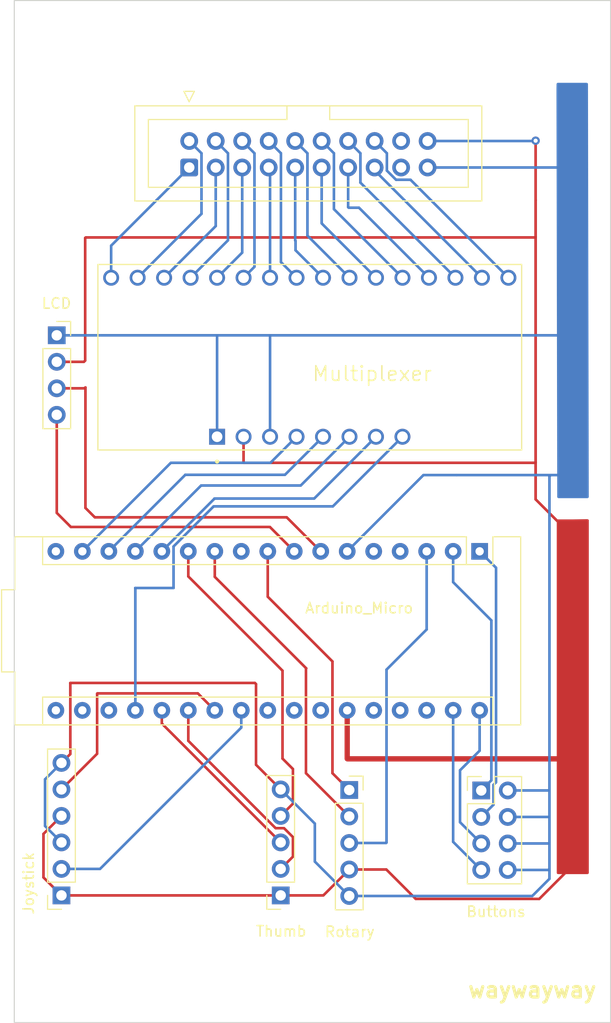
<source format=kicad_pcb>
(kicad_pcb (version 20221018) (generator pcbnew)
  (layers (0 "F.Cu" signal) (31 "B.Cu" signal) (34 "B.Paste" user) (35 "F.Paste" user) (36 "B.SilkS" user "B.Silkscreen") (37 "F.SilkS" user "F.Silkscreen") (38 "B.Mask" user) (39 "F.Mask" user) (44 "Edge.Cuts" user))
  (net 0 "")
  (net 1 "Net-(BOB-1-C12)")
  (net 2 "Net-(BOB-1-C13)")
  (net 3 "Net-(BOB-1-C14)")
  (net 4 "Net-(BOB-1-C15)")
  (net 14 "GND")
  (net 15 "+5V")
  (net 16 "Net-(BOB-1-C11)")
  (net 17 "Net-(BOB-1-C10)")
  (net 18 "Net-(BOB-1-C9)")
  (net 19 "Net-(BOB-1-C8)")
  (net 20 "Net-(BOB-1-C7)")
  (net 21 "Net-(BOB-1-C6)")
  (net 22 "Net-(BOB-1-C5)")
  (net 23 "Net-(BOB-1-C4)")
  (net 24 "Net-(BOB-1-C3)")
  (net 25 "Net-(BOB-1-C2)")
  (net 26 "Net-(BOB-1-C1)")
  (net 27 "Net-(BOB-1-C0)")
  (net 28 "Net-(U1-D17)")
  (net 29 "Net-(U1-D16)")
  (net 32 "Net-(U1-D1{slash}TX)")
  (net 33 "Net-(U1-~D6{slash}A7)")
  (net 34 "Net-(U1-D7)")
  (net 37 "Net-(U1-D15)")
  (net 38 "Net-(BOB-1-S3)")
  (net 39 "Net-(BOB-1-S2)")
  (net 40 "Net-(BOB-1-S1)")
  (net 41 "Net-(BOB-1-S0)")
  (net 42 "Net-(U1-D2{slash}SDA)")
  (net 43 "Net-(U1-~D3{slash}SCL)")
  (net 44 "Net-(U1-A2{slash}D20)")
  (net 45 "Net-(U1-A1{slash}D19)")
  (net 46 "Net-(U1-A4{slash}D22)")
  (net 47 "Net-(U1-A3{slash}D21)")
  (net 48 "Net-(U1-D14)")
  (net 49 "Net-(U1-D4{slash}A6)")
  (net 50 "Net-(BOB-1-COM)")
  (footprint "MountingHole:MountingHole_3.2mm_M3" (layer "F.Cu") (at 129.4 47.025)
    (fp_text reference "REF**" hide)
    (fp_text value "MountingHole_3.2mm_M3" hide)
    (pad "" np_thru_hole circle (at 0 0) (size 3.2 3.2) (drill 3.2) (layers "*.Cu" "*.Mask"))
  )
  (footprint "Connector_PinSocket_2.54mm:PinSocket_1x06_P2.54mm_Vertical" (layer "F.Cu") (at 114.275 127.99 180)
    (fp_text reference "J11" hide)
    (fp_text value "Joystick" (at 3.15 1.165 90) (layer "F.SilkS"))
    (fp_line (start -1.33 1.27) (end -1.33 14.03) (stroke (width 0.12)) (layer "F.SilkS"))
    (fp_line (start -1.33 1.27) (end 1.33 1.27) (stroke (width 0.12)) (layer "F.SilkS"))
    (fp_line (start -1.33 14.03) (end 1.33 14.03) (stroke (width 0.12)) (layer "F.SilkS"))
    (fp_line (start 0 -1.33) (end 1.33 -1.33) (stroke (width 0.12)) (layer "F.SilkS"))
    (fp_line (start 1.33 -1.33) (end 1.33 0) (stroke (width 0.12)) (layer "F.SilkS"))
    (fp_line (start 1.33 1.27) (end 1.33 14.03) (stroke (width 0.12)) (layer "F.SilkS"))
    (pad "1" thru_hole rect (at 0 0 180) (size 1.7 1.7) (drill 1) (layers "*.Cu" "*.Mask") (net 15 "+5V"))
    (pad "2" thru_hole oval (at 0 2.54 180) (size 1.7 1.7) (drill 1) (layers "*.Cu" "*.Mask") (net 46 "Net-(U1-A4{slash}D22)"))
    (pad "3" thru_hole oval (at 0 5.08 180) (size 1.7 1.7) (drill 1) (layers "*.Cu" "*.Mask") (net 14 "GND"))
    (pad "4" thru_hole oval (at 0 7.62 180) (size 1.7 1.7) (drill 1) (layers "*.Cu" "*.Mask") (net 15 "+5V"))
    (pad "5" thru_hole oval (at 0 10.16 180) (size 1.7 1.7) (drill 1) (layers "*.Cu" "*.Mask") (net 47 "Net-(U1-A3{slash}D21)"))
    (pad "6" thru_hole oval (at 0 12.7 180) (size 1.7 1.7) (drill 1) (layers "*.Cu" "*.Mask") (net 14 "GND"))
  )
  (footprint "Connector_PinSocket_2.54mm:PinSocket_1x05_P2.54mm_Vertical" (layer "F.Cu") (at 135.3 127.99 180)
    (fp_text reference "J10" hide)
    (fp_text value "Thumb" (at -0.05 -3.435) (layer "F.SilkS"))
    (fp_line (start -1.33 1.27) (end -1.33 11.49) (stroke (width 0.12)) (layer "F.SilkS"))
    (fp_line (start -1.33 1.27) (end 1.33 1.27) (stroke (width 0.12)) (layer "F.SilkS"))
    (fp_line (start -1.33 11.49) (end 1.33 11.49) (stroke (width 0.12)) (layer "F.SilkS"))
    (fp_line (start 0 -1.33) (end 1.33 -1.33) (stroke (width 0.12)) (layer "F.SilkS"))
    (fp_line (start 1.33 -1.33) (end 1.33 0) (stroke (width 0.12)) (layer "F.SilkS"))
    (fp_line (start 1.33 1.27) (end 1.33 11.49) (stroke (width 0.12)) (layer "F.SilkS"))
    (pad "1" thru_hole rect (at 0 0 180) (size 1.7 1.7) (drill 1) (layers "*.Cu" "*.Mask") (net 15 "+5V"))
    (pad "2" thru_hole oval (at 0 2.54 180) (size 1.7 1.7) (drill 1) (layers "*.Cu" "*.Mask") (net 44 "Net-(U1-A2{slash}D20)"))
    (pad "3" thru_hole oval (at 0 5.08 180) (size 1.7 1.7) (drill 1) (layers "*.Cu" "*.Mask") (net 45 "Net-(U1-A1{slash}D19)"))
    (pad "4" thru_hole oval (at 0 7.62 180) (size 1.7 1.7) (drill 1) (layers "*.Cu" "*.Mask") (net 34 "Net-(U1-D7)"))
    (pad "5" thru_hole oval (at 0 10.16 180) (size 1.7 1.7) (drill 1) (layers "*.Cu" "*.Mask") (net 14 "GND"))
  )
  (footprint "Connector_PinSocket_2.54mm:PinSocket_1x05_P2.54mm_Vertical" (layer "F.Cu") (at 141.875 117.885)
    (fp_text reference "J4" hide)
    (fp_text value "Rotary" (at 0.05 13.59) (layer "F.SilkS"))
    (fp_line (start -1.33 1.27) (end -1.33 11.49) (stroke (width 0.12)) (layer "F.SilkS"))
    (fp_line (start -1.33 1.27) (end 1.33 1.27) (stroke (width 0.12)) (layer "F.SilkS"))
    (fp_line (start -1.33 11.49) (end 1.33 11.49) (stroke (width 0.12)) (layer "F.SilkS"))
    (fp_line (start 0 -1.33) (end 1.33 -1.33) (stroke (width 0.12)) (layer "F.SilkS"))
    (fp_line (start 1.33 -1.33) (end 1.33 0) (stroke (width 0.12)) (layer "F.SilkS"))
    (fp_line (start 1.33 1.27) (end 1.33 11.49) (stroke (width 0.12)) (layer "F.SilkS"))
    (pad "1" thru_hole rect (at 0 0) (size 1.7 1.7) (drill 1) (layers "*.Cu" "*.Mask") (net 49 "Net-(U1-D4{slash}A6)"))
    (pad "2" thru_hole oval (at 0 2.54) (size 1.7 1.7) (drill 1) (layers "*.Cu" "*.Mask") (net 33 "Net-(U1-~D6{slash}A7)"))
    (pad "3" thru_hole oval (at 0 5.08) (size 1.7 1.7) (drill 1) (layers "*.Cu" "*.Mask") (net 32 "Net-(U1-D1{slash}TX)"))
    (pad "4" thru_hole oval (at 0 7.62) (size 1.7 1.7) (drill 1) (layers "*.Cu" "*.Mask") (net 15 "+5V"))
    (pad "5" thru_hole oval (at 0 10.16) (size 1.7 1.7) (drill 1) (layers "*.Cu" "*.Mask") (net 14 "GND"))
  )
  (footprint "Connector_PinSocket_2.54mm:PinSocket_1x04_P2.54mm_Vertical" (layer "F.Cu") (at 113.825 74.305)
    (fp_text reference "J9" hide)
    (fp_text value "LCD" (at -0.025 -3.058) (layer "F.SilkS"))
    (fp_line (start -1.33 1.27) (end -1.33 8.95) (stroke (width 0.12)) (layer "F.SilkS"))
    (fp_line (start -1.33 1.27) (end 1.33 1.27) (stroke (width 0.12)) (layer "F.SilkS"))
    (fp_line (start -1.33 8.95) (end 1.33 8.95) (stroke (width 0.12)) (layer "F.SilkS"))
    (fp_line (start 0 -1.33) (end 1.33 -1.33) (stroke (width 0.12)) (layer "F.SilkS"))
    (fp_line (start 1.33 -1.33) (end 1.33 0) (stroke (width 0.12)) (layer "F.SilkS"))
    (fp_line (start 1.33 1.27) (end 1.33 8.95) (stroke (width 0.12)) (layer "F.SilkS"))
    (pad "1" thru_hole rect (at 0 0) (size 1.7 1.7) (drill 1) (layers "*.Cu" "*.Mask") (net 14 "GND"))
    (pad "2" thru_hole oval (at 0 2.54) (size 1.7 1.7) (drill 1) (layers "*.Cu" "*.Mask") (net 15 "+5V"))
    (pad "3" thru_hole oval (at 0 5.08) (size 1.7 1.7) (drill 1) (layers "*.Cu" "*.Mask") (net 42 "Net-(U1-D2{slash}SDA)"))
    (pad "4" thru_hole oval (at 0 7.62) (size 1.7 1.7) (drill 1) (layers "*.Cu" "*.Mask") (net 43 "Net-(U1-~D3{slash}SCL)"))
  )
  (footprint "Connector_PinHeader_2.54mm:PinHeader_2x04_P2.54mm_Vertical" (layer "F.Cu") (at 154.535 117.93)
    (fp_text reference "J1" hide)
    (fp_text value "Buttons" (at 1.415 11.62) (layer "F.SilkS"))
    (fp_line (start -1.33 -1.33) (end 0 -1.33) (stroke (width 0.12)) (layer "F.SilkS"))
    (fp_line (start -1.33 0) (end -1.33 -1.33) (stroke (width 0.12)) (layer "F.SilkS"))
    (fp_line (start -1.33 1.27) (end -1.33 8.95) (stroke (width 0.12)) (layer "F.SilkS"))
    (fp_line (start -1.33 1.27) (end 1.27 1.27) (stroke (width 0.12)) (layer "F.SilkS"))
    (fp_line (start -1.33 8.95) (end 3.87 8.95) (stroke (width 0.12)) (layer "F.SilkS"))
    (fp_line (start 1.27 -1.33) (end 3.87 -1.33) (stroke (width 0.12)) (layer "F.SilkS"))
    (fp_line (start 1.27 1.27) (end 1.27 -1.33) (stroke (width 0.12)) (layer "F.SilkS"))
    (fp_line (start 3.87 -1.33) (end 3.87 8.95) (stroke (width 0.12)) (layer "F.SilkS"))
    (pad "1" thru_hole rect (at 0 0) (size 1.7 1.7) (drill 1) (layers "*.Cu" "*.Mask") (net 28 "Net-(U1-D17)"))
    (pad "2" thru_hole oval (at 2.54 0) (size 1.7 1.7) (drill 1) (layers "*.Cu" "*.Mask") (net 14 "GND"))
    (pad "3" thru_hole oval (at 0 2.54) (size 1.7 1.7) (drill 1) (layers "*.Cu" "*.Mask") (net 29 "Net-(U1-D16)"))
    (pad "4" thru_hole oval (at 2.54 2.54) (size 1.7 1.7) (drill 1) (layers "*.Cu" "*.Mask") (net 14 "GND"))
    (pad "5" thru_hole oval (at 0 5.08) (size 1.7 1.7) (drill 1) (layers "*.Cu" "*.Mask") (net 37 "Net-(U1-D15)"))
    (pad "6" thru_hole oval (at 2.54 5.08) (size 1.7 1.7) (drill 1) (layers "*.Cu" "*.Mask") (net 14 "GND"))
    (pad "7" thru_hole oval (at 0 7.62) (size 1.7 1.7) (drill 1) (layers "*.Cu" "*.Mask") (net 48 "Net-(U1-D14)"))
    (pad "8" thru_hole oval (at 2.54 7.62) (size 1.7 1.7) (drill 1) (layers "*.Cu" "*.Mask") (net 14 "GND"))
  )
  (footprint "Connector_IDC:IDC-Header_2x10_P2.54mm_Vertical" (layer "F.Cu") (at 126.53 58.22 90)
    (fp_text reference "IDC1" hide)
    (fp_text value "16_Pin_IDC_2x08_Power" hide)
    (fp_line (start -3.21 -5.22) (end -3.21 28.06) (stroke (width 0.12)) (layer "F.SilkS"))
    (fp_line (start -3.21 28.06) (end 5.91 28.06) (stroke (width 0.12)) (layer "F.SilkS"))
    (fp_line (start -1.9 -3.92) (end -1.9 26.76) (stroke (width 0.12)) (layer "F.SilkS"))
    (fp_line (start -1.9 26.76) (end 4.6 26.76) (stroke (width 0.12)) (layer "F.SilkS"))
    (fp_line (start 4.6 -3.92) (end -1.9 -3.92) (stroke (width 0.12)) (layer "F.SilkS"))
    (fp_line (start 4.6 9.37) (end 4.6 -3.92) (stroke (width 0.12)) (layer "F.SilkS"))
    (fp_line (start 4.6 13.47) (end 4.6 13.47) (stroke (width 0.12)) (layer "F.SilkS"))
    (fp_line (start 4.6 13.47) (end 5.91 13.47) (stroke (width 0.12)) (layer "F.SilkS"))
    (fp_line (start 4.6 26.76) (end 4.6 13.47) (stroke (width 0.12)) (layer "F.SilkS"))
    (fp_line (start 5.91 -5.22) (end -3.21 -5.22) (stroke (width 0.12)) (layer "F.SilkS"))
    (fp_line (start 5.91 9.37) (end 4.6 9.37) (stroke (width 0.12)) (layer "F.SilkS"))
    (fp_line (start 5.91 28.06) (end 5.91 -5.22) (stroke (width 0.12)) (layer "F.SilkS"))
    (fp_line (start 6.3 -0.01) (end 7.3 -0.51) (stroke (width 0.12)) (layer "F.SilkS"))
    (fp_line (start 7.3 -0.51) (end 7.3 0.49) (stroke (width 0.12)) (layer "F.SilkS"))
    (fp_line (start 7.3 0.49) (end 6.3 -0.01) (stroke (width 0.12)) (layer "F.SilkS"))
    (pad "1" thru_hole roundrect (at 0 0 90) (size 1.7 1.7) (drill 1) (layers "*.Cu" "*.Mask") (roundrect_rratio 0.1470588235) (net 27 "Net-(BOB-1-C0)"))
    (pad "2" thru_hole circle (at 2.54 0 90) (size 1.7 1.7) (drill 1) (layers "*.Cu" "*.Mask") (net 26 "Net-(BOB-1-C1)"))
    (pad "3" thru_hole circle (at 0 2.54 90) (size 1.7 1.7) (drill 1) (layers "*.Cu" "*.Mask") (net 25 "Net-(BOB-1-C2)"))
    (pad "4" thru_hole circle (at 2.54 2.54 90) (size 1.7 1.7) (drill 1) (layers "*.Cu" "*.Mask") (net 24 "Net-(BOB-1-C3)"))
    (pad "5" thru_hole circle (at 0 5.08 90) (size 1.7 1.7) (drill 1) (layers "*.Cu" "*.Mask") (net 23 "Net-(BOB-1-C4)"))
    (pad "6" thru_hole circle (at 2.54 5.08 90) (size 1.7 1.7) (drill 1) (layers "*.Cu" "*.Mask") (net 22 "Net-(BOB-1-C5)"))
    (pad "7" thru_hole circle (at 0 7.62 90) (size 1.7 1.7) (drill 1) (layers "*.Cu" "*.Mask") (net 21 "Net-(BOB-1-C6)"))
    (pad "8" thru_hole circle (at 2.54 7.62 90) (size 1.7 1.7) (drill 1) (layers "*.Cu" "*.Mask") (net 20 "Net-(BOB-1-C7)"))
    (pad "9" thru_hole circle (at 0 10.16 90) (size 1.7 1.7) (drill 1) (layers "*.Cu" "*.Mask") (net 19 "Net-(BOB-1-C8)"))
    (pad "10" thru_hole circle (at 2.54 10.16 90) (size 1.7 1.7) (drill 1) (layers "*.Cu" "*.Mask") (net 18 "Net-(BOB-1-C9)"))
    (pad "11" thru_hole circle (at 0 12.7 90) (size 1.7 1.7) (drill 1) (layers "*.Cu" "*.Mask") (net 17 "Net-(BOB-1-C10)"))
    (pad "12" thru_hole circle (at 2.54 12.7 90) (size 1.7 1.7) (drill 1) (layers "*.Cu" "*.Mask") (net 16 "Net-(BOB-1-C11)"))
    (pad "13" thru_hole circle (at 0 15.24 90) (size 1.7 1.7) (drill 1) (layers "*.Cu" "*.Mask") (net 1 "Net-(BOB-1-C12)"))
    (pad "14" thru_hole circle (at 2.54 15.24 90) (size 1.7 1.7) (drill 1) (layers "*.Cu" "*.Mask") (net 2 "Net-(BOB-1-C13)"))
    (pad "15" thru_hole circle (at 0 17.78 90) (size 1.7 1.7) (drill 1) (layers "*.Cu" "*.Mask") (net 3 "Net-(BOB-1-C14)"))
    (pad "16" thru_hole circle (at 2.54 17.78 90) (size 1.7 1.7) (drill 1) (layers "*.Cu" "*.Mask") (net 4 "Net-(BOB-1-C15)"))
    (pad "17" thru_hole circle (at 0 20.32 90) (size 1.7 1.7) (drill 1) (layers "*.Cu" "*.Mask"))
    (pad "18" thru_hole circle (at 2.54 20.32 90) (size 1.7 1.7) (drill 1) (layers "*.Cu" "*.Mask"))
    (pad "19" thru_hole circle (at 0 22.86 90) (size 1.7 1.7) (drill 1) (layers "*.Cu" "*.Mask") (net 14 "GND"))
    (pad "20" thru_hole circle (at 2.54 22.86 90) (size 1.7 1.7) (drill 1) (layers "*.Cu" "*.Mask") (net 15 "+5V"))
  )
  (footprint "CD74CH4067:BOB-09056" (layer "F.Cu") (at 138.09 76.405 -90)
    (fp_text reference "BOB-1" hide)
    (fp_text value "Multiplexer" (at 1.5775 -5.98 -180) (layer "F.SilkS") (effects (font (size 1.4 1.4))))
    (fp_line (start -8.89 -20.32) (end -8.89 20.32) (stroke (width 0.127)) (layer "F.SilkS"))
    (fp_line (start -8.89 20.32) (end 8.89 20.32) (stroke (width 0.127)) (layer "F.SilkS"))
    (fp_line (start 8.89 -20.32) (end -8.89 -20.32) (stroke (width 0.127)) (layer "F.SilkS"))
    (fp_line (start 8.89 20.32) (end 8.89 -20.32) (stroke (width 0.127)) (layer "F.SilkS"))
    (fp_circle (center 10 8.89) (end 10.1 8.89) (stroke (width 0.2)) (fill none) (layer "F.SilkS"))
    (pad "JP1-1" thru_hole circle (at -7.62 19.05 270) (size 1.53 1.53) (drill 1.02) (layers "*.Cu" "*.Mask") (net 27 "Net-(BOB-1-C0)"))
    (pad "JP1-2" thru_hole circle (at -7.62 16.51 270) (size 1.53 1.53) (drill 1.02) (layers "*.Cu" "*.Mask") (net 26 "Net-(BOB-1-C1)"))
    (pad "JP1-3" thru_hole circle (at -7.62 13.97 270) (size 1.53 1.53) (drill 1.02) (layers "*.Cu" "*.Mask") (net 25 "Net-(BOB-1-C2)"))
    (pad "JP1-4" thru_hole circle (at -7.62 11.43 270) (size 1.53 1.53) (drill 1.02) (layers "*.Cu" "*.Mask") (net 24 "Net-(BOB-1-C3)"))
    (pad "JP1-5" thru_hole circle (at -7.62 8.89 270) (size 1.53 1.53) (drill 1.02) (layers "*.Cu" "*.Mask") (net 23 "Net-(BOB-1-C4)"))
    (pad "JP1-6" thru_hole circle (at -7.62 6.35 270) (size 1.53 1.53) (drill 1.02) (layers "*.Cu" "*.Mask") (net 22 "Net-(BOB-1-C5)"))
    (pad "JP1-7" thru_hole circle (at -7.62 3.81 270) (size 1.53 1.53) (drill 1.02) (layers "*.Cu" "*.Mask") (net 21 "Net-(BOB-1-C6)"))
    (pad "JP1-8" thru_hole circle (at -7.62 1.27 270) (size 1.53 1.53) (drill 1.02) (layers "*.Cu" "*.Mask") (net 20 "Net-(BOB-1-C7)"))
    (pad "JP1-9" thru_hole circle (at -7.62 -1.27 270) (size 1.53 1.53) (drill 1.02) (layers "*.Cu" "*.Mask") (net 19 "Net-(BOB-1-C8)"))
    (pad "JP1-10" thru_hole circle (at -7.62 -3.81 270) (size 1.53 1.53) (drill 1.02) (layers "*.Cu" "*.Mask") (net 18 "Net-(BOB-1-C9)"))
    (pad "JP1-11" thru_hole circle (at -7.62 -6.35 270) (size 1.53 1.53) (drill 1.02) (layers "*.Cu" "*.Mask") (net 17 "Net-(BOB-1-C10)"))
    (pad "JP1-12" thru_hole circle (at -7.62 -8.89 270) (size 1.53 1.53) (drill 1.02) (layers "*.Cu" "*.Mask") (net 16 "Net-(BOB-1-C11)"))
    (pad "JP1-13" thru_hole circle (at -7.62 -11.43 270) (size 1.53 1.53) (drill 1.02) (layers "*.Cu" "*.Mask") (net 1 "Net-(BOB-1-C12)"))
    (pad "JP1-14" thru_hole circle (at -7.62 -13.97 270) (size 1.53 1.53) (drill 1.02) (layers "*.Cu" "*.Mask") (net 2 "Net-(BOB-1-C13)"))
    (pad "JP1-15" thru_hole circle (at -7.62 -16.51 270) (size 1.53 1.53) (drill 1.02) (layers "*.Cu" "*.Mask") (net 3 "Net-(BOB-1-C14)"))
    (pad "JP1-16" thru_hole circle (at -7.62 -19.05 270) (size 1.53 1.53) (drill 1.02) (layers "*.Cu" "*.Mask") (net 4 "Net-(BOB-1-C15)"))
    (pad "JP3-1" thru_hole rect (at 7.62 8.89 270) (size 1.53 1.53) (drill 1.02) (layers "*.Cu" "*.Mask") (net 14 "GND"))
    (pad "JP3-2" thru_hole circle (at 7.62 6.35 270) (size 1.53 1.53) (drill 1.02) (layers "*.Cu" "*.Mask") (net 15 "+5V"))
    (pad "JP3-3" thru_hole circle (at 7.62 3.81 270) (size 1.53 1.53) (drill 1.02) (layers "*.Cu" "*.Mask") (net 14 "GND"))
    (pad "JP3-4" thru_hole circle (at 7.62 1.27 270) (size 1.53 1.53) (drill 1.02) (layers "*.Cu" "*.Mask") (net 41 "Net-(BOB-1-S0)"))
    (pad "JP3-5" thru_hole circle (at 7.62 -1.27 270) (size 1.53 1.53) (drill 1.02) (layers "*.Cu" "*.Mask") (net 40 "Net-(BOB-1-S1)"))
    (pad "JP3-6" thru_hole circle (at 7.62 -3.81 270) (size 1.53 1.53) (drill 1.02) (layers "*.Cu" "*.Mask") (net 39 "Net-(BOB-1-S2)"))
    (pad "JP3-7" thru_hole circle (at 7.62 -6.35 270) (size 1.53 1.53) (drill 1.02) (layers "*.Cu" "*.Mask") (net 38 "Net-(BOB-1-S3)"))
    (pad "JP3-8" thru_hole circle (at 7.62 -8.89 270) (size 1.53 1.53) (drill 1.02) (layers "*.Cu" "*.Mask") (net 50 "Net-(BOB-1-COM)"))
  )
  (footprint "MountingHole:MountingHole_3.2mm_M3" (layer "F.Cu") (at 129.34 134.76)
    (fp_text reference "REF**" hide)
    (fp_text value "MountingHole_3.2mm_M3" hide)
    (pad "" np_thru_hole circle (at 0 0) (size 3.2 3.2) (drill 3.2) (layers "*.Cu" "*.Mask"))
  )
  (footprint "Arduino:Arduino_Micro" (layer "F.Cu") (at 154.38 95.01 -90)
    (fp_text reference "U1" hide)
    (fp_text value "Arduino_Micro" (at 5.44 11.555) (layer "F.SilkS"))
    (fp_line (start -1.397 -3.937) (end -1.397 -1.27) (stroke (width 0.12)) (layer "F.SilkS"))
    (fp_line (start -1.397 1.27) (end -1.397 44.577) (stroke (width 0.12)) (layer "F.SilkS"))
    (fp_line (start -1.397 44.577) (end 3.683 44.577) (stroke (width 0.12)) (layer "F.SilkS"))
    (fp_line (start 1.27 -1.27) (end -1.397 -1.27) (stroke (width 0.12)) (layer "F.SilkS"))
    (fp_line (start 1.27 1.27) (end -1.397 1.27) (stroke (width 0.12)) (layer "F.SilkS"))
    (fp_line (start 1.27 1.27) (end 1.27 -1.27) (stroke (width 0.12)) (layer "F.SilkS"))
    (fp_line (start 1.27 1.27) (end 1.27 41.91) (stroke (width 0.12)) (layer "F.SilkS"))
    (fp_line (start 1.27 41.91) (end -1.397 41.91) (stroke (width 0.12)) (layer "F.SilkS"))
    (fp_line (start 3.683 44.577) (end 3.683 45.847) (stroke (width 0.12)) (layer "F.SilkS"))
    (fp_line (start 3.683 45.847) (end 11.557 45.847) (stroke (width 0.12)) (layer "F.SilkS"))
    (fp_line (start 11.557 44.577) (end 11.557 45.847) (stroke (width 0.12)) (layer "F.SilkS"))
    (fp_line (start 11.557 44.577) (end 16.637 44.577) (stroke (width 0.12)) (layer "F.SilkS"))
    (fp_line (start 13.97 -1.27) (end 13.97 41.91) (stroke (width 0.12)) (layer "F.SilkS"))
    (fp_line (start 13.97 -1.27) (end 16.637 -1.27) (stroke (width 0.12)) (layer "F.SilkS"))
    (fp_line (start 13.97 41.91) (end 16.637 41.91) (stroke (width 0.12)) (layer "F.SilkS"))
    (fp_line (start 16.637 -3.937) (end -1.397 -3.937) (stroke (width 0.12)) (layer "F.SilkS"))
    (fp_line (start 16.637 44.577) (end 16.637 -3.937) (stroke (width 0.12)) (layer "F.SilkS"))
    (pad "1" thru_hole rect (at 0 0 270) (size 1.6 1.6) (drill 0.8) (layers "*.Cu" "*.Mask") (net 29 "Net-(U1-D16)"))
    (pad "2" thru_hole oval (at 0 2.54 270) (size 1.6 1.6) (drill 0.8) (layers "*.Cu" "*.Mask") (net 28 "Net-(U1-D17)"))
    (pad "3" thru_hole oval (at 0 5.08 270) (size 1.6 1.6) (drill 0.8) (layers "*.Cu" "*.Mask") (net 32 "Net-(U1-D1{slash}TX)"))
    (pad "4" thru_hole oval (at 0 7.62 270) (size 1.6 1.6) (drill 0.8) (layers "*.Cu" "*.Mask"))
    (pad "5" thru_hole oval (at 0 10.16 270) (size 1.6 1.6) (drill 0.8) (layers "*.Cu" "*.Mask"))
    (pad "6" thru_hole oval (at 0 12.7 270) (size 1.6 1.6) (drill 0.8) (layers "*.Cu" "*.Mask") (net 14 "GND"))
    (pad "7" thru_hole oval (at 0 15.24 270) (size 1.6 1.6) (drill 0.8) (layers "*.Cu" "*.Mask") (net 42 "Net-(U1-D2{slash}SDA)"))
    (pad "8" thru_hole oval (at 0 17.78 270) (size 1.6 1.6) (drill 0.8) (layers "*.Cu" "*.Mask") (net 43 "Net-(U1-~D3{slash}SCL)"))
    (pad "9" thru_hole oval (at 0 20.32 270) (size 1.6 1.6) (drill 0.8) (layers "*.Cu" "*.Mask") (net 49 "Net-(U1-D4{slash}A6)"))
    (pad "10" thru_hole oval (at 0 22.86 270) (size 1.6 1.6) (drill 0.8) (layers "*.Cu" "*.Mask"))
    (pad "11" thru_hole oval (at 0 25.4 270) (size 1.6 1.6) (drill 0.8) (layers "*.Cu" "*.Mask") (net 33 "Net-(U1-~D6{slash}A7)"))
    (pad "12" thru_hole oval (at 0 27.94 270) (size 1.6 1.6) (drill 0.8) (layers "*.Cu" "*.Mask") (net 34 "Net-(U1-D7)"))
    (pad "13" thru_hole oval (at 0 30.48 270) (size 1.6 1.6) (drill 0.8) (layers "*.Cu" "*.Mask") (net 38 "Net-(BOB-1-S3)"))
    (pad "14" thru_hole oval (at 0 33.02 270) (size 1.6 1.6) (drill 0.8) (layers "*.Cu" "*.Mask") (net 39 "Net-(BOB-1-S2)"))
    (pad "15" thru_hole oval (at 0 35.56 270) (size 1.6 1.6) (drill 0.8) (layers "*.Cu" "*.Mask") (net 40 "Net-(BOB-1-S1)"))
    (pad "16" thru_hole oval (at 0 38.1 270) (size 1.6 1.6) (drill 0.8) (layers "*.Cu" "*.Mask") (net 41 "Net-(BOB-1-S0)"))
    (pad "17" thru_hole oval (at 0 40.64 270) (size 1.6 1.6) (drill 0.8) (layers "*.Cu" "*.Mask"))
    (pad "18" thru_hole oval (at 15.24 40.64 270) (size 1.6 1.6) (drill 0.8) (layers "*.Cu" "*.Mask"))
    (pad "19" thru_hole oval (at 15.24 38.1 270) (size 1.6 1.6) (drill 0.8) (layers "*.Cu" "*.Mask"))
    (pad "20" thru_hole oval (at 15.24 35.56 270) (size 1.6 1.6) (drill 0.8) (layers "*.Cu" "*.Mask"))
    (pad "21" thru_hole oval (at 15.24 33.02 270) (size 1.6 1.6) (drill 0.8) (layers "*.Cu" "*.Mask") (net 50 "Net-(BOB-1-COM)"))
    (pad "22" thru_hole oval (at 15.24 30.48 270) (size 1.6 1.6) (drill 0.8) (layers "*.Cu" "*.Mask") (net 45 "Net-(U1-A1{slash}D19)"))
    (pad "23" thru_hole oval (at 15.24 27.94 270) (size 1.6 1.6) (drill 0.8) (layers "*.Cu" "*.Mask") (net 44 "Net-(U1-A2{slash}D20)"))
    (pad "24" thru_hole oval (at 15.24 25.4 270) (size 1.6 1.6) (drill 0.8) (layers "*.Cu" "*.Mask") (net 47 "Net-(U1-A3{slash}D21)"))
    (pad "25" thru_hole oval (at 15.24 22.86 270) (size 1.6 1.6) (drill 0.8) (layers "*.Cu" "*.Mask") (net 46 "Net-(U1-A4{slash}D22)"))
    (pad "26" thru_hole oval (at 15.24 20.32 270) (size 1.6 1.6) (drill 0.8) (layers "*.Cu" "*.Mask"))
    (pad "27" thru_hole oval (at 15.24 17.78 270) (size 1.6 1.6) (drill 0.8) (layers "*.Cu" "*.Mask"))
    (pad "28" thru_hole oval (at 15.24 15.24 270) (size 1.6 1.6) (drill 0.8) (layers "*.Cu" "*.Mask"))
    (pad "29" thru_hole oval (at 15.24 12.7 270) (size 1.6 1.6) (drill 0.8) (layers "*.Cu" "*.Mask") (net 15 "+5V"))
    (pad "30" thru_hole oval (at 15.24 10.16 270) (size 1.6 1.6) (drill 0.8) (layers "*.Cu" "*.Mask"))
    (pad "31" thru_hole oval (at 15.24 7.62 270) (size 1.6 1.6) (drill 0.8) (layers "*.Cu" "*.Mask"))
    (pad "32" thru_hole oval (at 15.24 5.08 270) (size 1.6 1.6) (drill 0.8) (layers "*.Cu" "*.Mask"))
    (pad "33" thru_hole oval (at 15.24 2.54 270) (size 1.6 1.6) (drill 0.8) (layers "*.Cu" "*.Mask") (net 48 "Net-(U1-D14)"))
    (pad "34" thru_hole oval (at 15.24 0 270) (size 1.6 1.6) (drill 0.8) (layers "*.Cu" "*.Mask") (net 37 "Net-(U1-D15)"))
  )
  (footprint "MountingHole:MountingHole_3.2mm_M3" (layer "F.Cu") (at 148.39 134.75)
    (fp_text reference "REF**" hide)
    (fp_text value "MountingHole_3.2mm_M3" hide)
    (pad "" np_thru_hole circle (at 0 0) (size 3.2 3.2) (drill 3.2) (layers "*.Cu" "*.Mask"))
  )
  (footprint "MountingHole:MountingHole_3.2mm_M3" (layer "F.Cu") (at 148.451418 47.025)
    (fp_text reference "REF**" hide)
    (fp_text value "MountingHole_3.2mm_M3" hide)
    (pad "" np_thru_hole circle (at 0 0) (size 3.2 3.2) (drill 3.2) (layers "*.Cu" "*.Mask"))
  )
  (gr_rect (start 109.75 42.215) (end 166.94 140.18) (stroke (width 0.1)) (fill none) (layer "Edge.Cuts"))
  (gr_text "waywayway" (at 153.125 137.925) (layer "F.SilkS") (effects (font (size 1.5 1.5) (thickness 0.3) bold) (justify left bottom)))
  (segment (start 141.77 62.02) (end 141.77 58.22) (width 0.25) (layer "B.Cu") (net 1))
  (segment (start 142.81 62.075) (end 141.825 62.075) (width 0.25) (layer "B.Cu") (net 1))
  (segment (start 141.825 62.075) (end 141.77 62.02) (width 0.25) (layer "B.Cu") (net 1))
  (segment (start 149.52 68.785) (end 142.81 62.075) (width 0.25) (layer "B.Cu") (net 1))
  (segment (start 152.06 68.785) (end 142.945 59.67) (width 0.25) (layer "B.Cu") (net 2))
  (segment (start 142.945 56.855) (end 141.77 55.68) (width 0.25) (layer "B.Cu") (net 2))
  (segment (start 142.945 59.67) (end 142.945 56.855) (width 0.25) (layer "B.Cu") (net 2))
  (segment (start 144.31 58.495) (end 144.31 58.22) (width 0.25) (layer "B.Cu") (net 3))
  (segment (start 154.6 68.785) (end 144.31 58.495) (width 0.25) (layer "B.Cu") (net 3))
  (segment (start 145.485 56.855) (end 144.31 55.68) (width 0.25) (layer "B.Cu") (net 4))
  (segment (start 147.75 59.395) (end 146.363299 59.395) (width 0.25) (layer "B.Cu") (net 4))
  (segment (start 145.485 58.516701) (end 145.485 56.855) (width 0.25) (layer "B.Cu") (net 4))
  (segment (start 146.363299 59.395) (end 145.485 58.516701) (width 0.25) (layer "B.Cu") (net 4))
  (segment (start 157.14 68.785) (end 147.75 59.395) (width 0.25) (layer "B.Cu") (net 4))
  (segment (start 135.3 117.83) (end 132.935 115.465) (width 0.25) (layer "F.Cu") (net 14))
  (segment (start 132.935 115.465) (end 132.935 107.735) (width 0.25) (layer "F.Cu") (net 14))
  (segment (start 132.825 107.625) (end 115.125 107.625) (width 0.25) (layer "F.Cu") (net 14))
  (segment (start 115.125 107.625) (end 115.125 114.44) (width 0.25) (layer "F.Cu") (net 14))
  (segment (start 115.125 114.44) (end 114.275 115.29) (width 0.25) (layer "F.Cu") (net 14))
  (segment (start 132.935 107.735) (end 132.825 107.625) (width 0.25) (layer "F.Cu") (net 14))
  (segment (start 138.575 124.745) (end 141.875 128.045) (width 0.25) (layer "B.Cu") (net 14))
  (segment (start 134.28 74.335) (end 134.25 74.305) (width 0.25) (layer "B.Cu") (net 14))
  (segment (start 148.99 87.7) (end 152.175 87.7) (width 0.25) (layer "B.Cu") (net 14))
  (segment (start 160.975 125.55) (end 161.075 125.45) (width 0.25) (layer "B.Cu") (net 14))
  (segment (start 114.275 122.91) (end 112.7 121.335) (width 0.25) (layer "B.Cu") (net 14))
  (segment (start 113.825 74.305) (end 129.2 74.305) (width 0.25) (layer "B.Cu") (net 14))
  (segment (start 161.075 125.45) (end 161.075 123.025) (width 0.25) (layer "B.Cu") (net 14))
  (segment (start 134.28 84.025) (end 134.28 74.335) (width 0.25) (layer "B.Cu") (net 14))
  (segment (start 161.075 87.825) (end 161.2 87.7) (width 0.25) (layer "B.Cu") (net 14))
  (segment (start 161.2 87.7) (end 163.325 87.7) (width 0.25) (layer "B.Cu") (net 14))
  (segment (start 157.075 120.47) (end 161.07 120.47) (width 0.25) (layer "B.Cu") (net 14))
  (segment (start 134.25 74.305) (end 163.37 74.305) (width 0.25) (layer "B.Cu") (net 14))
  (segment (start 161.045 117.93) (end 161.075 117.9) (width 0.25) (layer "B.Cu") (net 14))
  (segment (start 138.575 121.105) (end 138.575 124.745) (width 0.25) (layer "B.Cu") (net 14))
  (segment (start 141.68 95.01) (end 148.99 87.7) (width 0.25) (layer "B.Cu") (net 14))
  (segment (start 159.43 128.045) (end 161.075 126.4) (width 0.25) (layer "B.Cu") (net 14))
  (segment (start 112.7 116.865) (end 114.275 115.29) (width 0.25) (layer "B.Cu") (net 14))
  (segment (start 157.075 125.55) (end 160.975 125.55) (width 0.25) (layer "B.Cu") (net 14))
  (segment (start 129.2 74.305) (end 134.25 74.305) (width 0.25) (layer "B.Cu") (net 14))
  (segment (start 135.3 117.83) (end 138.575 121.105) (width 0.25) (layer "B.Cu") (net 14))
  (segment (start 161.075 126.4) (end 161.075 125.45) (width 0.25) (layer "B.Cu") (net 14))
  (segment (start 161.075 117.9) (end 161.075 87.825) (width 0.25) (layer "B.Cu") (net 14))
  (segment (start 157.075 117.93) (end 161.045 117.93) (width 0.25) (layer "B.Cu") (net 14))
  (segment (start 149.39 58.22) (end 163.03 58.22) (width 0.25) (layer "B.Cu") (net 14))
  (segment (start 161.075 123.025) (end 161.075 120.475) (width 0.25) (layer "B.Cu") (net 14))
  (segment (start 161.06 123.01) (end 161.075 123.025) (width 0.25) (layer "B.Cu") (net 14))
  (segment (start 163.37 74.305) (end 163.375 74.3) (width 0.25) (layer "B.Cu") (net 14))
  (segment (start 152.175 87.7) (end 161.2 87.7) (width 0.25) (layer "B.Cu") (net 14))
  (segment (start 141.875 128.045) (end 159.43 128.045) (width 0.25) (layer "B.Cu") (net 14))
  (segment (start 161.075 120.475) (end 161.075 117.9) (width 0.25) (layer "B.Cu") (net 14))
  (segment (start 163.03 58.22) (end 163.2 58.05) (width 0.25) (layer "B.Cu") (net 14))
  (segment (start 157.075 123.01) (end 161.06 123.01) (width 0.25) (layer "B.Cu") (net 14))
  (segment (start 163.325 87.7) (end 163.4 87.625) (width 0.25) (layer "B.Cu") (net 14))
  (segment (start 112.7 121.335) (end 112.7 116.865) (width 0.25) (layer "B.Cu") (net 14))
  (segment (start 129.2 84.025) (end 129.2 74.305) (width 0.25) (layer "B.Cu") (net 14))
  (segment (start 161.07 120.47) (end 161.075 120.475) (width 0.25) (layer "B.Cu") (net 14))
  (segment (start 112.55 126.265) (end 114.275 127.99) (width 0.25) (layer "F.Cu") (net 15))
  (segment (start 159.75 86.475) (end 159.75 90.025) (width 0.254) (layer "F.Cu") (net 15))
  (segment (start 116.43 76.845) (end 116.55 76.725) (width 0.25) (layer "F.Cu") (net 15))
  (segment (start 159.75 90.025) (end 163.325 93.6) (width 0.254) (layer "F.Cu") (net 15))
  (segment (start 148.25 128.325) (end 160.1 128.325) (width 0.25) (layer "F.Cu") (net 15))
  (segment (start 139.39 127.99) (end 141.875 125.505) (width 0.25) (layer "F.Cu") (net 15))
  (segment (start 159.75 61.35) (end 159.75 64.875) (width 0.254) (layer "F.Cu") (net 15))
  (segment (start 145.43 125.505) (end 148.25 128.325) (width 0.25) (layer "F.Cu") (net 15))
  (segment (start 114.275 127.99) (end 139.39 127.99) (width 0.25) (layer "F.Cu") (net 15))
  (segment (start 114.275 120.37) (end 112.55 122.095) (width 0.25) (layer "F.Cu") (net 15))
  (segment (start 141.7 114.9) (end 163.375 114.9) (width 0.508) (layer "F.Cu") (net 15))
  (segment (start 159.7 86.525) (end 159.75 86.475) (width 0.25) (layer "F.Cu") (net 15))
  (segment (start 131.74 84.025) (end 131.74 86.49) (width 0.25) (layer "F.Cu") (net 15))
  (segment (start 141.68 114.88) (end 141.7 114.9) (width 0.25) (layer "F.Cu") (net 15))
  (segment (start 131.775 86.525) (end 159.7 86.525) (width 0.25) (layer "F.Cu") (net 15))
  (segment (start 116.6 64.925) (end 159.7 64.925) (width 0.25) (layer "F.Cu") (net 15))
  (segment (start 112.55 122.095) (end 112.55 126.265) (width 0.25) (layer "F.Cu") (net 15))
  (segment (start 131.74 86.49) (end 131.775 86.525) (width 0.25) (layer "F.Cu") (net 15))
  (segment (start 163.375 114.9) (end 163.4 114.875) (width 0.25) (layer "F.Cu") (net 15))
  (segment (start 159.7 64.925) (end 159.75 64.875) (width 0.25) (layer "F.Cu") (net 15))
  (segment (start 159.75 64.875) (end 159.75 86.475) (width 0.254) (layer "F.Cu") (net 15))
  (segment (start 160.1 128.325) (end 163.25 125.175) (width 0.25) (layer "F.Cu") (net 15))
  (segment (start 116.55 64.975) (end 116.6 64.925) (width 0.25) (layer "F.Cu") (net 15))
  (segment (start 141.68 110.25) (end 141.68 114.88) (width 0.508) (layer "F.Cu") (net 15))
  (segment (start 113.825 76.845) (end 116.43 76.845) (width 0.25) (layer "F.Cu") (net 15))
  (segment (start 141.875 125.505) (end 145.43 125.505) (width 0.25) (layer "F.Cu") (net 15))
  (segment (start 159.75 55.65) (end 159.75 61.35) (width 0.25) (layer "F.Cu") (net 15))
  (segment (start 116.55 76.725) (end 116.55 64.975) (width 0.25) (layer "F.Cu") (net 15))
  (via (at 159.75 55.65) (size 0.8) (drill 0.4) (layers "F.Cu" "B.Cu") (net 15))
  (segment (start 159.75 55.65) (end 159.72 55.68) (width 0.25) (layer "B.Cu") (net 15))
  (segment (start 159.72 55.68) (end 149.39 55.68) (width 0.25) (layer "B.Cu") (net 15))
  (segment (start 140.405 56.855) (end 139.23 55.68) (width 0.25) (layer "B.Cu") (net 16))
  (segment (start 140.405 62.21) (end 140.405 56.855) (width 0.25) (layer "B.Cu") (net 16))
  (segment (start 146.98 68.785) (end 140.405 62.21) (width 0.25) (layer "B.Cu") (net 16))
  (segment (start 139.23 63.555) (end 139.23 58.22) (width 0.25) (layer "B.Cu") (net 17))
  (segment (start 144.44 68.785) (end 139.25 63.595) (width 0.25) (layer "B.Cu") (net 17))
  (segment (start 139.25 63.575) (end 139.23 63.555) (width 0.25) (layer "B.Cu") (net 17))
  (segment (start 139.25 63.595) (end 139.25 63.575) (width 0.25) (layer "B.Cu") (net 17))
  (segment (start 137.865 56.855) (end 136.69 55.68) (width 0.25) (layer "B.Cu") (net 18))
  (segment (start 137.865 64.75) (end 137.865 56.855) (width 0.25) (layer "B.Cu") (net 18))
  (segment (start 141.9 68.785) (end 137.865 64.75) (width 0.25) (layer "B.Cu") (net 18))
  (segment (start 136.69 65.215) (end 136.69 58.22) (width 0.25) (layer "B.Cu") (net 19))
  (segment (start 136.725 66.15) (end 136.725 65.25) (width 0.25) (layer "B.Cu") (net 19))
  (segment (start 136.725 65.25) (end 136.69 65.215) (width 0.25) (layer "B.Cu") (net 19))
  (segment (start 139.36 68.785) (end 136.725 66.15) (width 0.25) (layer "B.Cu") (net 19))
  (segment (start 135.325 56.855) (end 134.15 55.68) (width 0.25) (layer "B.Cu") (net 20))
  (segment (start 136.82 68.785) (end 135.325 67.29) (width 0.25) (layer "B.Cu") (net 20))
  (segment (start 135.325 67.29) (end 135.325 56.855) (width 0.25) (layer "B.Cu") (net 20))
  (segment (start 134.28 58.35) (end 134.15 58.22) (width 0.25) (layer "B.Cu") (net 21))
  (segment (start 134.28 68.785) (end 134.28 58.35) (width 0.25) (layer "B.Cu") (net 21))
  (segment (start 132.785 67.74) (end 132.785 56.855) (width 0.25) (layer "B.Cu") (net 22))
  (segment (start 132.785 56.855) (end 131.61 55.68) (width 0.25) (layer "B.Cu") (net 22))
  (segment (start 131.74 68.785) (end 132.785 67.74) (width 0.25) (layer "B.Cu") (net 22))
  (segment (start 131.61 66.375) (end 131.61 58.22) (width 0.25) (layer "B.Cu") (net 23))
  (segment (start 129.2 68.785) (end 131.61 66.375) (width 0.25) (layer "B.Cu") (net 23))
  (segment (start 130.245 56.855) (end 129.07 55.68) (width 0.25) (layer "B.Cu") (net 24))
  (segment (start 126.66 68.785) (end 130.245 65.2) (width 0.25) (layer "B.Cu") (net 24))
  (segment (start 130.245 65.2) (end 130.245 56.855) (width 0.25) (layer "B.Cu") (net 24))
  (segment (start 124.12 68.785) (end 129.07 63.835) (width 0.25) (layer "B.Cu") (net 25))
  (segment (start 129.07 63.835) (end 129.07 58.22) (width 0.25) (layer "B.Cu") (net 25))
  (segment (start 121.58 68.785) (end 127.705 62.66) (width 0.25) (layer "B.Cu") (net 26))
  (segment (start 127.705 62.66) (end 127.705 56.855) (width 0.25) (layer "B.Cu") (net 26))
  (segment (start 127.705 56.855) (end 126.53 55.68) (width 0.25) (layer "B.Cu") (net 26))
  (segment (start 119.04 65.71) (end 126.53 58.22) (width 0.25) (layer "B.Cu") (net 27))
  (segment (start 119.04 68.785) (end 119.04 65.71) (width 0.25) (layer "B.Cu") (net 27))
  (segment (start 155.505 101.63) (end 151.84 97.965) (width 0.25) (layer "B.Cu") (net 28))
  (segment (start 154.535 117.93) (end 155.505 116.96) (width 0.25) (layer "B.Cu") (net 28))
  (segment (start 151.84 97.965) (end 151.84 95.01) (width 0.25) (layer "B.Cu") (net 28))
  (segment (start 155.505 116.96) (end 155.505 101.63) (width 0.25) (layer "B.Cu") (net 28))
  (segment (start 155.955 96.585) (end 154.38 95.01) (width 0.25) (layer "B.Cu") (net 29))
  (segment (start 154.535 120.47) (end 155.71 119.295) (width 0.25) (layer "B.Cu") (net 29))
  (segment (start 155.955 117.146396) (end 155.955 96.585) (width 0.25) (layer "B.Cu") (net 29))
  (segment (start 155.71 117.391396) (end 155.955 117.146396) (width 0.25) (layer "B.Cu") (net 29))
  (segment (start 155.71 119.295) (end 155.71 117.391396) (width 0.25) (layer "B.Cu") (net 29))
  (segment (start 145.45 106.35) (end 149.3 102.5) (width 0.25) (layer "B.Cu") (net 32))
  (segment (start 149.3 102.5) (end 149.3 95.01) (width 0.25) (layer "B.Cu") (net 32))
  (segment (start 141.875 122.965) (end 145.41 122.965) (width 0.25) (layer "B.Cu") (net 32))
  (segment (start 145.41 122.965) (end 145.45 122.925) (width 0.25) (layer "B.Cu") (net 32))
  (segment (start 145.45 122.925) (end 145.45 106.35) (width 0.25) (layer "B.Cu") (net 32))
  (segment (start 137.725 106.25) (end 137.75 106.225) (width 0.25) (layer "F.Cu") (net 33))
  (segment (start 128.98 97.455) (end 128.98 95.01) (width 0.25) (layer "F.Cu") (net 33))
  (segment (start 137.75 106.225) (end 128.98 97.455) (width 0.25) (layer "F.Cu") (net 33))
  (segment (start 137.725 116.275) (end 137.725 106.25) (width 0.25) (layer "F.Cu") (net 33))
  (segment (start 141.875 120.425) (end 137.725 116.275) (width 0.25) (layer "F.Cu") (net 33))
  (segment (start 126.44 97.415) (end 126.44 95.01) (width 0.25) (layer "F.Cu") (net 34))
  (segment (start 136.475 115.875) (end 135.475 114.875) (width 0.25) (layer "F.Cu") (net 34))
  (segment (start 135.475 106.45) (end 126.44 97.415) (width 0.25) (layer "F.Cu") (net 34))
  (segment (start 136.475 119.195) (end 136.475 115.875) (width 0.25) (layer "F.Cu") (net 34))
  (segment (start 135.3 120.37) (end 136.475 119.195) (width 0.25) (layer "F.Cu") (net 34))
  (segment (start 135.475 114.875) (end 135.475 106.45) (width 0.25) (layer "F.Cu") (net 34))
  (segment (start 152.5 120.975) (end 152.5 116) (width 0.25) (layer "B.Cu") (net 37))
  (segment (start 154.38 114.12) (end 154.38 110.25) (width 0.25) (layer "B.Cu") (net 37))
  (segment (start 152.5 116) (end 154.38 114.12) (width 0.25) (layer "B.Cu") (net 37))
  (segment (start 154.535 123.01) (end 152.5 120.975) (width 0.25) (layer "B.Cu") (net 37))
  (segment (start 128.95 89.95) (end 128.95 89.96) (width 0.25) (layer "B.Cu") (net 38))
  (segment (start 144.44 84.025) (end 138.515 89.95) (width 0.25) (layer "B.Cu") (net 38))
  (segment (start 128.95 89.96) (end 123.9 95.01) (width 0.25) (layer "B.Cu") (net 38))
  (segment (start 138.515 89.95) (end 128.95 89.95) (width 0.25) (layer "B.Cu") (net 38))
  (segment (start 137.225 88.7) (end 127.67 88.7) (width 0.25) (layer "B.Cu") (net 39))
  (segment (start 127.67 88.7) (end 121.36 95.01) (width 0.25) (layer "B.Cu") (net 39))
  (segment (start 141.9 84.025) (end 137.225 88.7) (width 0.25) (layer "B.Cu") (net 39))
  (segment (start 126.15 87.68) (end 118.82 95.01) (width 0.25) (layer "B.Cu") (net 40))
  (segment (start 139.36 84.025) (end 135.71 87.675) (width 0.25) (layer "B.Cu") (net 40))
  (segment (start 126.15 87.675) (end 126.15 87.68) (width 0.25) (layer "B.Cu") (net 40))
  (segment (start 135.71 87.675) (end 126.15 87.675) (width 0.25) (layer "B.Cu") (net 40))
  (segment (start 124.765 86.525) (end 116.28 95.01) (width 0.25) (layer "B.Cu") (net 41))
  (segment (start 136.82 84.025) (end 134.32 86.525) (width 0.25) (layer "B.Cu") (net 41))
  (segment (start 134.32 86.525) (end 124.765 86.525) (width 0.25) (layer "B.Cu") (net 41))
  (segment (start 135.88 91.75) (end 139.14 95.01) (width 0.25) (layer "F.Cu") (net 42))
  (segment (start 113.825 79.385) (end 116.49 79.385) (width 0.25) (layer "F.Cu") (net 42))
  (segment (start 117.475 91.75) (end 135.88 91.75) (width 0.25) (layer "F.Cu") (net 42))
  (segment (start 116.575 79.3) (end 116.575 90.85) (width 0.25) (layer "F.Cu") (net 42))
  (segment (start 116.575 90.85) (end 117.475 91.75) (width 0.25) (layer "F.Cu") (net 42))
  (segment (start 116.49 79.385) (end 116.575 79.3) (width 0.25) (layer "F.Cu") (net 42))
  (segment (start 134.265 92.675) (end 136.6 95.01) (width 0.25) (layer "F.Cu") (net 43))
  (segment (start 113.825 81.925) (end 113.825 91.325) (width 0.25) (layer "F.Cu") (net 43))
  (segment (start 115.175 92.675) (end 134.265 92.675) (width 0.25) (layer "F.Cu") (net 43))
  (segment (start 113.825 91.325) (end 115.175 92.675) (width 0.25) (layer "F.Cu") (net 43))
  (segment (start 134.813299 121.545) (end 126.44 113.171701) (width 0.25) (layer "F.Cu") (net 44))
  (segment (start 136.475 124.275) (end 136.475 122.4) (width 0.25) (layer "F.Cu") (net 44))
  (segment (start 135.62 121.545) (end 134.813299 121.545) (width 0.25) (layer "F.Cu") (net 44))
  (segment (start 135.3 125.45) (end 136.475 124.275) (width 0.25) (layer "F.Cu") (net 44))
  (segment (start 136.475 122.4) (end 135.62 121.545) (width 0.25) (layer "F.Cu") (net 44))
  (segment (start 126.44 113.171701) (end 126.44 110.25) (width 0.25) (layer "F.Cu") (net 44))
  (segment (start 123.9 111.51) (end 123.9 110.25) (width 0.25) (layer "F.Cu") (net 45))
  (segment (start 135.3 122.91) (end 123.9 111.51) (width 0.25) (layer "F.Cu") (net 45))
  (segment (start 114.275 125.45) (end 117.975 125.45) (width 0.25) (layer "B.Cu") (net 46))
  (segment (start 117.975 125.45) (end 131.52 111.905) (width 0.25) (layer "B.Cu") (net 46))
  (segment (start 131.52 111.905) (end 131.52 110.25) (width 0.25) (layer "B.Cu") (net 46))
  (segment (start 117.695 108.655) (end 117.725 108.625) (width 0.25) (layer "F.Cu") (net 47))
  (segment (start 127.355 108.625) (end 128.98 110.25) (width 0.25) (layer "F.Cu") (net 47))
  (segment (start 117.725 108.625) (end 127.355 108.625) (width 0.25) (layer "F.Cu") (net 47))
  (segment (start 114.275 117.83) (end 117.695 114.41) (width 0.25) (layer "F.Cu") (net 47))
  (segment (start 117.695 114.41) (end 117.695 108.655) (width 0.25) (layer "F.Cu") (net 47))
  (segment (start 151.84 122.855) (end 154.535 125.55) (width 0.25) (layer "B.Cu") (net 48))
  (segment (start 151.84 110.25) (end 151.84 122.855) (width 0.25) (layer "B.Cu") (net 48))
  (segment (start 141.875 117.885) (end 140.265 116.275) (width 0.25) (layer "F.Cu") (net 49))
  (segment (start 134.06 99.36) (end 134.06 95.01) (width 0.25) (layer "F.Cu") (net 49))
  (segment (start 140.265 116.275) (end 140.265 105.565) (width 0.25) (layer "F.Cu") (net 49))
  (segment (start 140.265 105.565) (end 134.06 99.36) (width 0.25) (layer "F.Cu") (net 49))
  (segment (start 140.305 90.7) (end 128.869009 90.7) (width 0.25) (layer "B.Cu") (net 50))
  (segment (start 125.025 94.544009) (end 125.025 98.525) (width 0.25) (layer "B.Cu") (net 50))
  (segment (start 128.869009 90.7) (end 125.025 94.544009) (width 0.25) (layer "B.Cu") (net 50))
  (segment (start 146.98 84.025) (end 140.305 90.7) (width 0.25) (layer "B.Cu") (net 50))
  (segment (start 125.025 98.525) (end 121.35 98.525) (width 0.25) (layer "B.Cu") (net 50))
  (segment (start 121.35 98.525) (end 121.36 98.535) (width 0.25) (layer "B.Cu") (net 50))
  (segment (start 121.36 98.535) (end 121.36 110.25) (width 0.25) (layer "B.Cu") (net 50))
  (zone (net 15) (net_name "+5V") (layer "F.Cu") (priority 1) (connect_pads (clearance 0.5)) (min_thickness 0.25) (fill yes (thermal_gap 0.5) (thermal_bridge_width 0.5))
    (polygon (pts (xy 163.3 91.95) (xy 164.85 91.925) (xy 164.85 125.95) (xy 161.775 125.95) (xy 161.775 91.95)))
  )
  (zone (net 14) (net_name "GND") (layer "B.Cu") (name "Grnd") (connect_pads yes (clearance 0.5)) (min_thickness 0.25) (fill yes (thermal_gap 0.5) (thermal_bridge_width 0.5))
    (polygon (pts (xy 161.76 50.1) (xy 163.32 50.1) (xy 164.77 50.1) (xy 164.845 89.917) (xy 161.825 89.917) (xy 161.75 51.37) (xy 161.75 51.01) (xy 161.75 50.7)))
  )
)
</source>
